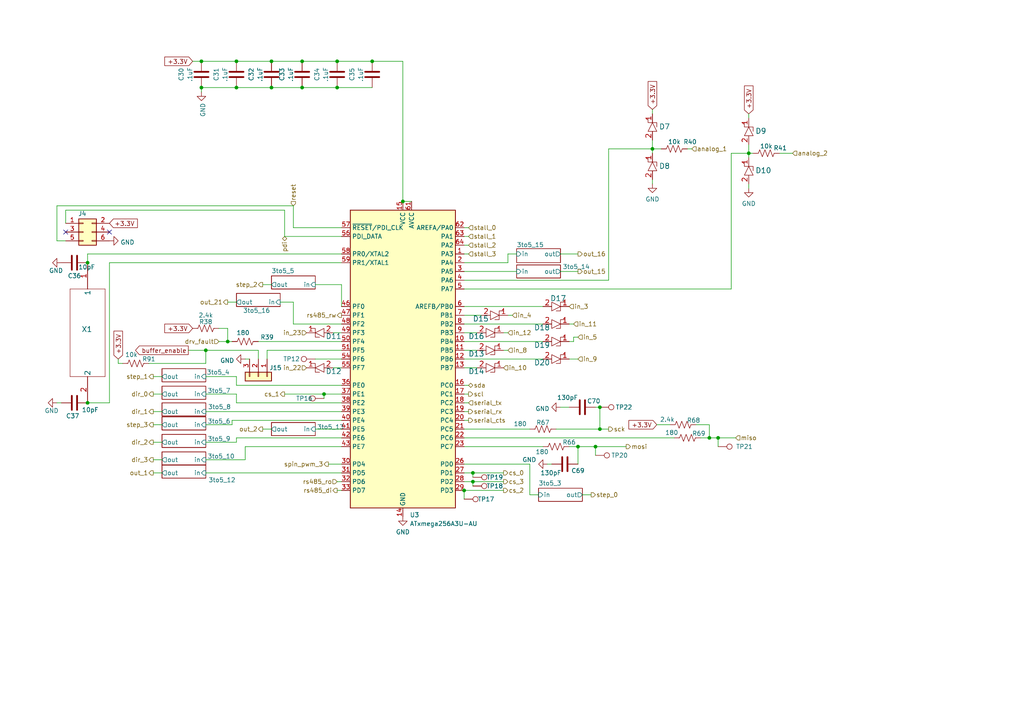
<source format=kicad_sch>
(kicad_sch (version 20230121) (generator eeschema)
  (paper "A4")
  (title_block (title "Microprocessor") (company "Buildbotics LLC") (comment 1 "Copyright (c) 2016-2023, Buildbotics LLC") (comment 2 "Licensed under CERN-OHL-S v2 "))
  (lib_symbols
    (symbol "1LibBBCTRL:ABLS-16.000MHZ-B4-T" (pin_names (offset 0.254))
      (property "Reference" "X?" (at 20.32 10.16 0))
      (symbol "ABLS-16.000MHZ-B4-T_1_1"
        (polyline (pts (xy 7.62 -5.08) (xy 33.02 -5.08)) (stroke (width 0.127)))
        (polyline (pts (xy 7.62 5.08) (xy 7.62 -5.08)) (stroke (width 0.127)))
        (polyline (pts (xy 33.02 -5.08) (xy 33.02 5.08)) (stroke (width 0.127)))
        (polyline (pts (xy 33.02 5.08) (xy 7.62 5.08)) (stroke (width 0.127)))
        (pin passive line (at 0 0 0) (length 7.62) (name "1") (number "1"))
        (pin passive line (at 40.64 0 180) (length 7.62) (name "2") (number "2"))
      )
    )
    (symbol "1LibBBCTRL:ATxmega192A3U-A"
      (property "Reference" "U" (at -15.24 44.45 0))
      (property "Value" "ATxmega192A3U-A" (at 2.54 -44.45 0))
      (symbol "ATxmega192A3U-A_0_1"
        (rectangle (start -15.24 -43.18) (end 15.24 43.18) (stroke (width 0.254)) (fill (type background)))
      )
      (symbol "ATxmega192A3U-A_1_1"
        (pin bidirectional line (at 17.78 30.48 180) (length 2.54) (name "PA3") (number "1"))
        (pin bidirectional line (at 17.78 5.08 180) (length 2.54) (name "PB4") (number "10"))
        (pin bidirectional line (at 17.78 2.54 180) (length 2.54) (name "PB5") (number "11"))
        (pin bidirectional line (at 17.78 0 180) (length 2.54) (name "PB6") (number "12"))
        (pin bidirectional line (at 17.78 -2.54 180) (length 2.54) (name "PB7") (number "13"))
        (pin passive line (at 0 -45.72 90) (length 2.54) (name "GND") (number "14"))
        (pin power_in line (at 0 45.72 270) (length 2.54) (name "VCC") (number "15"))
        (pin bidirectional line (at 17.78 -7.62 180) (length 2.54) (name "PC0") (number "16"))
        (pin bidirectional line (at 17.78 -10.16 180) (length 2.54) (name "PC1") (number "17"))
        (pin bidirectional line (at 17.78 -12.7 180) (length 2.54) (name "PC2") (number "18"))
        (pin bidirectional line (at 17.78 -15.24 180) (length 2.54) (name "PC3") (number "19"))
        (pin bidirectional line (at 17.78 27.94 180) (length 2.54) (name "PA4") (number "2"))
        (pin bidirectional line (at 17.78 -17.78 180) (length 2.54) (name "PC4") (number "20"))
        (pin bidirectional line (at 17.78 -20.32 180) (length 2.54) (name "PC5") (number "21"))
        (pin bidirectional line (at 17.78 -22.86 180) (length 2.54) (name "PC6") (number "22"))
        (pin bidirectional line (at 17.78 -25.4 180) (length 2.54) (name "PC7") (number "23"))
        (pin passive line (at 0 -45.72 90) (length 2.54) hide (name "GND") (number "24"))
        (pin passive line (at 0 45.72 270) (length 2.54) hide (name "VCC") (number "25"))
        (pin bidirectional line (at 17.78 -30.48 180) (length 2.54) (name "PD0") (number "26"))
        (pin bidirectional line (at 17.78 -33.02 180) (length 2.54) (name "PD1") (number "27"))
        (pin bidirectional line (at 17.78 -35.56 180) (length 2.54) (name "PD2") (number "28"))
        (pin bidirectional line (at 17.78 -38.1 180) (length 2.54) (name "PD3") (number "29"))
        (pin bidirectional line (at 17.78 25.4 180) (length 2.54) (name "PA5") (number "3"))
        (pin bidirectional line (at -17.78 -30.48 0) (length 2.54) (name "PD4") (number "30"))
        (pin bidirectional line (at -17.78 -33.02 0) (length 2.54) (name "PD5") (number "31"))
        (pin bidirectional line (at -17.78 -35.56 0) (length 2.54) (name "PD6") (number "32"))
        (pin bidirectional line (at -17.78 -38.1 0) (length 2.54) (name "PD7") (number "33"))
        (pin passive line (at 0 -45.72 90) (length 2.54) hide (name "GND") (number "34"))
        (pin passive line (at 0 45.72 270) (length 2.54) hide (name "VCC") (number "35"))
        (pin bidirectional line (at -17.78 -7.62 0) (length 2.54) (name "PE0") (number "36"))
        (pin bidirectional line (at -17.78 -10.16 0) (length 2.54) (name "PE1") (number "37"))
        (pin bidirectional line (at -17.78 -12.7 0) (length 2.54) (name "PE2") (number "38"))
        (pin bidirectional line (at -17.78 -15.24 0) (length 2.54) (name "PE3") (number "39"))
        (pin bidirectional line (at 17.78 22.86 180) (length 2.54) (name "PA6") (number "4"))
        (pin bidirectional line (at -17.78 -17.78 0) (length 2.54) (name "PE4") (number "40"))
        (pin bidirectional line (at -17.78 -20.32 0) (length 2.54) (name "PE5") (number "41"))
        (pin bidirectional line (at -17.78 -22.86 0) (length 2.54) (name "PE6") (number "42"))
        (pin bidirectional line (at -17.78 -25.4 0) (length 2.54) (name "PE7") (number "43"))
        (pin passive line (at 0 -45.72 90) (length 2.54) hide (name "GND") (number "44"))
        (pin passive line (at 0 45.72 270) (length 2.54) hide (name "VCC") (number "45"))
        (pin bidirectional line (at -17.78 15.24 0) (length 2.54) (name "PF0") (number "46"))
        (pin bidirectional line (at -17.78 12.7 0) (length 2.54) (name "PF1") (number "47"))
        (pin bidirectional line (at -17.78 10.16 0) (length 2.54) (name "PF2") (number "48"))
        (pin bidirectional line (at -17.78 7.62 0) (length 2.54) (name "PF3") (number "49"))
        (pin bidirectional line (at 17.78 20.32 180) (length 2.54) (name "PA7") (number "5"))
        (pin bidirectional line (at -17.78 5.08 0) (length 2.54) (name "PF4") (number "50"))
        (pin bidirectional line (at -17.78 2.54 0) (length 2.54) (name "PF5") (number "51"))
        (pin passive line (at 0 -45.72 90) (length 2.54) hide (name "GND") (number "52"))
        (pin passive line (at 0 45.72 270) (length 2.54) hide (name "VCC") (number "53"))
        (pin bidirectional line (at -17.78 0 0) (length 2.54) (name "PF6") (number "54"))
        (pin bidirectional line (at -17.78 -2.54 0) (length 2.54) (name "PF7") (number "55"))
        (pin bidirectional line (at -17.78 35.56 0) (length 2.54) (name "PDI_DATA") (number "56"))
        (pin input line (at -17.78 38.1 0) (length 2.54) (name "~{RESET}/PDI_CLK") (number "57"))
        (pin bidirectional line (at -17.78 30.48 0) (length 2.54) (name "PR0/XTAL2") (number "58"))
        (pin bidirectional line (at -17.78 27.94 0) (length 2.54) (name "PR1/XTAL1") (number "59"))
        (pin bidirectional line (at 17.78 15.24 180) (length 2.54) (name "AREFB/PB0") (number "6"))
        (pin passive line (at 0 -45.72 90) (length 2.54) hide (name "GND") (number "60"))
        (pin power_in line (at 2.54 45.72 270) (length 2.54) (name "AVCC") (number "61"))
        (pin bidirectional line (at 17.78 38.1 180) (length 2.54) (name "AREFA/PA0") (number "62"))
        (pin bidirectional line (at 17.78 35.56 180) (length 2.54) (name "PA1") (number "63"))
        (pin bidirectional line (at 17.78 33.02 180) (length 2.54) (name "PA2") (number "64"))
        (pin bidirectional line (at 17.78 12.7 180) (length 2.54) (name "PB1") (number "7"))
        (pin bidirectional line (at 17.78 10.16 180) (length 2.54) (name "PB2") (number "8"))
        (pin bidirectional line (at 17.78 7.62 180) (length 2.54) (name "PB3") (number "9"))
      )
    )
    (symbol "1LibBBCTRL:CDBW46-G" (pin_names (offset 0.254))
      (property "Reference" "D" (at 22.86 3.81 0))
      (symbol "CDBW46-G_0_1"
        (polyline (pts (xy 26.67 1.27) (xy 26.67 -1.27) (xy 24.13 0) (xy 26.67 1.27)))
        (polyline (pts (xy 25.4 1.27) (xy 24.13 1.27) (xy 24.13 0) (xy 24.13 -1.27) (xy 22.86 -1.27)))
      )
      (symbol "CDBW46-G_1_1"
        (pin passive line (at 21.59 0 0) (length 2.5) (name "") (number "1"))
        (pin passive line (at 29.21 0 180) (length 2.5) (name "") (number "2"))
      )
    )
    (symbol "1LibBBCTRL:RB521S30T1G" (pin_names (offset 0.254))
      (property "Reference" "D" (at 22.86 3.81 0))
      (symbol "RB521S30T1G_0_1"
        (polyline (pts (xy 26.67 1.27) (xy 26.67 -1.27) (xy 24.13 0) (xy 26.67 1.27)))
        (polyline (pts (xy 25.4 1.27) (xy 24.13 1.27) (xy 24.13 0) (xy 24.13 -1.27) (xy 22.86 -1.27)))
      )
      (symbol "RB521S30T1G_1_1"
        (pin passive line (at 21.59 0 0) (length 2.5) (name "") (number "1"))
        (pin passive line (at 29.21 0 180) (length 2.5) (name "") (number "2"))
      )
    )
    (symbol "Connector:TestPoint" (pin_numbers hide) (pin_names (offset 0.762) hide)
      (property "Reference" "TP" (at 0 6.858 0))
      (property "Value" "TestPoint" (at 0 5.08 0))
      (symbol "TestPoint_0_1"
        (circle (center 0 3.302) (radius 0.762))
      )
      (symbol "TestPoint_1_1"
        (pin passive line (at 0 0 90) (length 2.54) (name "1") (number "1"))
      )
    )
    (symbol "Connector_Generic:Conn_01x03" (pin_names (offset 1.016) hide)
      (property "Reference" "J" (at 0 5.08 0))
      (property "Value" "Conn_01x03" (at 0 -5.08 0))
      (symbol "Conn_01x03_1_1"
        (rectangle (start -1.27 -2.413) (end 0 -2.667) (stroke (width 0.1524)))
        (rectangle (start -1.27 0.127) (end 0 -0.127) (stroke (width 0.1524)))
        (rectangle (start -1.27 2.667) (end 0 2.413) (stroke (width 0.1524)))
        (rectangle (start -1.27 3.81) (end 1.27 -3.81) (stroke (width 0.254)) (fill (type background)))
        (pin passive line (at -5.08 2.54 0) (length 3.81) (name "Pin_1") (number "1"))
        (pin passive line (at -5.08 0 0) (length 3.81) (name "Pin_2") (number "2"))
        (pin passive line (at -5.08 -2.54 0) (length 3.81) (name "Pin_3") (number "3"))
      )
    )
    (symbol "Connector_Generic:Conn_02x03_Odd_Even" (pin_names (offset 1.016) hide)
      (property "Reference" "J" (at 1.27 5.08 0))
      (property "Value" "Conn_02x03_Odd_Even" (at 1.27 -5.08 0))
      (symbol "Conn_02x03_Odd_Even_1_1"
        (rectangle (start -1.27 -2.413) (end 0 -2.667) (stroke (width 0.1524)))
        (rectangle (start -1.27 0.127) (end 0 -0.127) (stroke (width 0.1524)))
        (rectangle (start -1.27 2.667) (end 0 2.413) (stroke (width 0.1524)))
        (rectangle (start -1.27 3.81) (end 3.81 -3.81) (stroke (width 0.254)) (fill (type background)))
        (rectangle (start 3.81 -2.413) (end 2.54 -2.667) (stroke (width 0.1524)))
        (rectangle (start 3.81 0.127) (end 2.54 -0.127) (stroke (width 0.1524)))
        (rectangle (start 3.81 2.667) (end 2.54 2.413) (stroke (width 0.1524)))
        (pin passive line (at -5.08 2.54 0) (length 3.81) (name "Pin_1") (number "1"))
        (pin passive line (at 7.62 2.54 180) (length 3.81) (name "Pin_2") (number "2"))
        (pin passive line (at -5.08 0 0) (length 3.81) (name "Pin_3") (number "3"))
        (pin passive line (at 7.62 0 180) (length 3.81) (name "Pin_4") (number "4"))
        (pin passive line (at -5.08 -2.54 0) (length 3.81) (name "Pin_5") (number "5"))
        (pin passive line (at 7.62 -2.54 180) (length 3.81) (name "Pin_6") (number "6"))
      )
    )
    (symbol "Device:C" (pin_numbers hide) (pin_names (offset 0.254))
      (property "Reference" "C" (at 0.635 2.54 0))
      (property "Value" "C" (at 0.635 -2.54 0))
      (symbol "C_0_1"
        (polyline (pts (xy -2.032 -0.762) (xy 2.032 -0.762)) (stroke (width 0.508)))
        (polyline (pts (xy -2.032 0.762) (xy 2.032 0.762)) (stroke (width 0.508)))
      )
      (symbol "C_1_1"
        (pin passive line (at 0 3.81 270) (length 2.794) (name "~") (number "1"))
        (pin passive line (at 0 -3.81 90) (length 2.794) (name "~") (number "2"))
      )
    )
    (symbol "Device:R_US" (pin_numbers hide) (pin_names (offset 0))
      (property "Reference" "R" (at 2.54 0 90))
      (property "Value" "R_US" (at -2.54 0 90))
      (symbol "R_US_0_1"
        (polyline (pts (xy 0 -2.286) (xy 0 -2.54)))
        (polyline (pts (xy 0 2.286) (xy 0 2.54)))
        (polyline (pts (xy 0 -0.762) (xy 1.016 -1.143) (xy 0 -1.524) (xy -1.016 -1.905) (xy 0 -2.286)))
        (polyline (pts (xy 0 0.762) (xy 1.016 0.381) (xy 0 0) (xy -1.016 -0.381) (xy 0 -0.762)))
        (polyline (pts (xy 0 2.286) (xy 1.016 1.905) (xy 0 1.524) (xy -1.016 1.143) (xy 0 0.762)))
      )
      (symbol "R_US_1_1"
        (pin passive line (at 0 3.81 270) (length 1.27) (name "~") (number "1"))
        (pin passive line (at 0 -3.81 90) (length 1.27) (name "~") (number "2"))
      )
    )
    (symbol "GND_1" (power) (pin_names (offset 0))
      (property "Value" "GND_1" (at 0 -3.81 0))
      (symbol "GND_1_0_1"
        (polyline (pts (xy 0 0) (xy 0 -1.27) (xy 1.27 -1.27) (xy 0 -2.54) (xy -1.27 -1.27) (xy 0 -1.27)))
      )
      (symbol "GND_1_1_1"
        (pin power_in line (at 0 0 270) (length 0) hide (name "GND") (number "1"))
      )
    )
    (symbol "GND_2" (power) (pin_names (offset 0))
      (property "Value" "GND_2" (at 0 -3.81 0))
      (symbol "GND_2_0_1"
        (polyline (pts (xy 0 0) (xy 0 -1.27) (xy 1.27 -1.27) (xy 0 -2.54) (xy -1.27 -1.27) (xy 0 -1.27)))
      )
      (symbol "GND_2_1_1"
        (pin power_in line (at 0 0 270) (length 0) hide (name "GND") (number "1"))
      )
    )
    (symbol "GND_3" (power) (pin_names (offset 0))
      (property "Value" "GND_3" (at 0 -3.81 0))
      (symbol "GND_3_0_1"
        (polyline (pts (xy 0 0) (xy 0 -1.27) (xy 1.27 -1.27) (xy 0 -2.54) (xy -1.27 -1.27) (xy 0 -1.27)))
      )
      (symbol "GND_3_1_1"
        (pin power_in line (at 0 0 270) (length 0) hide (name "GND") (number "1"))
      )
    )
    (symbol "GND_4" (power) (pin_names (offset 0))
      (property "Value" "GND_4" (at 0 -3.81 0))
      (symbol "GND_4_0_1"
        (polyline (pts (xy 0 0) (xy 0 -1.27) (xy 1.27 -1.27) (xy 0 -2.54) (xy -1.27 -1.27) (xy 0 -1.27)))
      )
      (symbol "GND_4_1_1"
        (pin power_in line (at 0 0 270) (length 0) hide (name "GND") (number "1"))
      )
    )
    (symbol "GND_5" (power) (pin_names (offset 0))
      (property "Value" "GND_5" (at 0 -3.81 0))
      (symbol "GND_5_0_1"
        (polyline (pts (xy 0 0) (xy 0 -1.27) (xy 1.27 -1.27) (xy 0 -2.54) (xy -1.27 -1.27) (xy 0 -1.27)))
      )
      (symbol "GND_5_1_1"
        (pin power_in line (at 0 0 270) (length 0) hide (name "GND") (number "1"))
      )
    )
    (symbol "GND_6" (power) (pin_names (offset 0))
      (property "Value" "GND_6" (at 0 -3.81 0))
      (symbol "GND_6_0_1"
        (polyline (pts (xy 0 0) (xy 0 -1.27) (xy 1.27 -1.27) (xy 0 -2.54) (xy -1.27 -1.27) (xy 0 -1.27)))
      )
      (symbol "GND_6_1_1"
        (pin power_in line (at 0 0 270) (length 0) hide (name "GND") (number "1"))
      )
    )
    (symbol "GND_7" (power) (pin_names (offset 0))
      (property "Value" "GND_7" (at 0 -3.81 0))
      (symbol "GND_7_0_1"
        (polyline (pts (xy 0 0) (xy 0 -1.27) (xy 1.27 -1.27) (xy 0 -2.54) (xy -1.27 -1.27) (xy 0 -1.27)))
      )
      (symbol "GND_7_1_1"
        (pin power_in line (at 0 0 270) (length 0) hide (name "GND") (number "1"))
      )
    )
    (symbol "GND_8" (power) (pin_names (offset 0))
      (property "Value" "GND_8" (at 0 -3.81 0))
      (symbol "GND_8_0_1"
        (polyline (pts (xy 0 0) (xy 0 -1.27) (xy 1.27 -1.27) (xy 0 -2.54) (xy -1.27 -1.27) (xy 0 -1.27)))
      )
      (symbol "GND_8_1_1"
        (pin power_in line (at 0 0 270) (length 0) hide (name "GND") (number "1"))
      )
    )
    (symbol "GND_9" (power) (pin_names (offset 0))
      (property "Value" "GND_9" (at 0 -3.81 0))
      (symbol "GND_9_0_1"
        (polyline (pts (xy 0 0) (xy 0 -1.27) (xy 1.27 -1.27) (xy 0 -2.54) (xy -1.27 -1.27) (xy 0 -1.27)))
      )
      (symbol "GND_9_1_1"
        (pin power_in line (at 0 0 270) (length 0) hide (name "GND") (number "1"))
      )
    )
    (symbol "power:GND" (power) (pin_names (offset 0))
      (property "Value" "GND" (at 0 -3.81 0))
      (symbol "GND_0_1"
        (polyline (pts (xy 0 0) (xy 0 -1.27) (xy 1.27 -1.27) (xy 0 -2.54) (xy -1.27 -1.27) (xy 0 -1.27)))
      )
      (symbol "GND_1_1"
        (pin power_in line (at 0 0 270) (length 0) hide (name "GND") (number "1"))
      )
    )
  )
  (junction (at 78.74 17.78))
  (junction (at 134.62 142.24))
  (junction (at 25.4 116.84))
  (junction (at 107.95 17.78))
  (junction (at 25.4 76.2))
  (junction (at 93.98 114.3))
  (junction (at 97.79 25.4))
  (junction (at 173.99 118.11))
  (junction (at 68.58 25.4))
  (junction (at 58.42 17.78))
  (junction (at 137.16 139.7))
  (junction (at 59.69 101.6))
  (junction (at 68.58 17.78))
  (junction (at 97.79 17.78))
  (junction (at 189.23 43.18))
  (junction (at 205.74 127))
  (junction (at 173.99 124.46))
  (junction (at 137.16 137.16))
  (junction (at 217.17 44.45))
  (junction (at 66.04 99.06))
  (junction (at 208.28 127))
  (junction (at 87.63 17.78))
  (junction (at 116.84 58.42))
  (junction (at 167.64 129.54))
  (junction (at 87.63 25.4))
  (junction (at 58.42 25.4))
  (junction (at 78.74 25.4))
  (junction (at 172.72 129.54))
  (no_connect (at 31.75 67.31))
  (no_connect (at 19.05 67.31))
  (wire (pts (xy 134.62 81.28) (xy 176.53 81.28)))
  (wire (pts (xy 167.64 97.79) (xy 166.37 97.79)))
  (wire (pts (xy 208.28 127) (xy 208.28 129.54)))
  (wire (pts (xy 168.91 143.51) (xy 171.45 143.51)))
  (wire (pts (xy 217.17 54.61) (xy 217.17 53.34)))
  (wire (pts (xy 85.09 93.98) (xy 85.09 87.63)))
  (wire (pts (xy 189.23 43.18) (xy 191.77 43.18)))
  (wire (pts (xy 203.2 127) (xy 205.74 127)))
  (wire (pts (xy 134.62 76.2) (xy 147.32 76.2)))
  (wire (pts (xy 99.06 121.92) (xy 67.31 121.92)))
  (wire (pts (xy 59.69 109.22) (xy 68.58 109.22)))
  (wire (pts (xy 189.23 31.75) (xy 189.23 33.02)))
  (wire (pts (xy 66.04 95.25) (xy 66.04 99.06)))
  (wire (pts (xy 138.43 101.6) (xy 134.62 101.6)))
  (wire (pts (xy 68.58 128.27) (xy 59.69 128.27)))
  (wire (pts (xy 44.45 114.3) (xy 46.99 114.3)))
  (wire (pts (xy 31.75 116.84) (xy 25.4 116.84)))
  (wire (pts (xy 167.64 104.14) (xy 165.1 104.14)))
  (wire (pts (xy 67.31 121.92) (xy 67.31 123.19)))
  (wire (pts (xy 99.06 88.9) (xy 99.06 82.55)))
  (wire (pts (xy 153.67 134.62) (xy 153.67 143.51)))
  (wire (pts (xy 99.06 76.2) (xy 31.75 76.2)))
  (wire (pts (xy 67.31 123.19) (xy 59.69 123.19)))
  (wire (pts (xy 55.88 17.78) (xy 58.42 17.78)))
  (wire (pts (xy 76.2 124.46) (xy 78.74 124.46)))
  (wire (pts (xy 135.89 121.92) (xy 134.62 121.92)))
  (wire (pts (xy 137.16 139.7) (xy 146.05 139.7)))
  (wire (pts (xy 134.62 129.54) (xy 157.48 129.54)))
  (wire (pts (xy 66.04 99.06) (xy 67.31 99.06)))
  (wire (pts (xy 99.06 129.54) (xy 71.12 129.54)))
  (wire (pts (xy 172.72 118.11) (xy 173.99 118.11)))
  (wire (pts (xy 135.89 119.38) (xy 134.62 119.38)))
  (wire (pts (xy 134.62 139.7) (xy 137.16 139.7)))
  (wire (pts (xy 77.47 101.6) (xy 77.47 104.14)))
  (wire (pts (xy 76.2 82.55) (xy 78.74 82.55)))
  (wire (pts (xy 44.45 133.35) (xy 46.99 133.35)))
  (wire (pts (xy 91.44 124.46) (xy 99.06 124.46)))
  (wire (pts (xy 176.53 43.18) (xy 189.23 43.18)))
  (wire (pts (xy 212.09 44.45) (xy 217.17 44.45)))
  (wire (pts (xy 54.61 101.6) (xy 59.69 101.6)))
  (wire (pts (xy 97.79 17.78) (xy 107.95 17.78)))
  (wire (pts (xy 205.74 123.19) (xy 205.74 127)))
  (wire (pts (xy 68.58 114.3) (xy 59.69 114.3)))
  (wire (pts (xy 63.5 95.25) (xy 66.04 95.25)))
  (wire (pts (xy 116.84 58.42) (xy 119.38 58.42)))
  (wire (pts (xy 63.5 99.06) (xy 66.04 99.06)))
  (wire (pts (xy 134.62 134.62) (xy 153.67 134.62)))
  (wire (pts (xy 137.16 137.16) (xy 146.05 137.16)))
  (wire (pts (xy 99.06 134.62) (xy 95.25 134.62)))
  (wire (pts (xy 99.06 116.84) (xy 68.58 116.84)))
  (wire (pts (xy 93.98 114.3) (xy 99.06 114.3)))
  (wire (pts (xy 78.74 25.4) (xy 87.63 25.4)))
  (wire (pts (xy 68.58 111.76) (xy 99.06 111.76)))
  (wire (pts (xy 58.42 25.4) (xy 68.58 25.4)))
  (wire (pts (xy 137.16 139.7) (xy 137.16 140.97)))
  (wire (pts (xy 97.79 142.24) (xy 99.06 142.24)))
  (wire (pts (xy 166.37 99.06) (xy 165.1 99.06)))
  (wire (pts (xy 157.48 104.14) (xy 134.62 104.14)))
  (wire (pts (xy 59.69 101.6) (xy 74.93 101.6)))
  (wire (pts (xy 25.4 73.66) (xy 25.4 76.2)))
  (wire (pts (xy 158.75 134.62) (xy 160.02 134.62)))
  (wire (pts (xy 99.06 66.04) (xy 85.09 66.04)))
  (wire (pts (xy 134.62 83.82) (xy 212.09 83.82)))
  (wire (pts (xy 157.48 99.06) (xy 134.62 99.06)))
  (wire (pts (xy 153.67 143.51) (xy 156.21 143.51)))
  (wire (pts (xy 135.89 68.58) (xy 134.62 68.58)))
  (wire (pts (xy 91.44 104.14) (xy 99.06 104.14)))
  (wire (pts (xy 189.23 44.45) (xy 189.23 43.18)))
  (wire (pts (xy 34.29 105.41) (xy 35.56 105.41)))
  (wire (pts (xy 134.62 137.16) (xy 137.16 137.16)))
  (wire (pts (xy 16.51 116.84) (xy 17.78 116.84)))
  (wire (pts (xy 167.64 129.54) (xy 167.64 134.62)))
  (wire (pts (xy 173.99 118.11) (xy 173.99 124.46)))
  (wire (pts (xy 99.06 93.98) (xy 85.09 93.98)))
  (wire (pts (xy 44.45 119.38) (xy 46.99 119.38)))
  (wire (pts (xy 146.05 142.24) (xy 134.62 142.24)))
  (wire (pts (xy 85.09 66.04) (xy 85.09 59.69)))
  (wire (pts (xy 44.45 109.22) (xy 46.99 109.22)))
  (wire (pts (xy 68.58 17.78) (xy 78.74 17.78)))
  (wire (pts (xy 134.62 142.24) (xy 134.62 144.78)))
  (wire (pts (xy 97.79 25.4) (xy 107.95 25.4)))
  (wire (pts (xy 190.5 123.19) (xy 194.31 123.19)))
  (wire (pts (xy 173.99 124.46) (xy 161.29 124.46)))
  (wire (pts (xy 165.1 129.54) (xy 167.64 129.54)))
  (wire (pts (xy 176.53 124.46) (xy 173.99 124.46)))
  (wire (pts (xy 82.55 68.58) (xy 99.06 68.58)))
  (wire (pts (xy 213.36 127) (xy 208.28 127)))
  (wire (pts (xy 157.48 88.9) (xy 134.62 88.9)))
  (wire (pts (xy 116.84 58.42) (xy 116.84 17.78)))
  (wire (pts (xy 195.58 127) (xy 134.62 127)))
  (wire (pts (xy 148.59 91.44) (xy 147.32 91.44)))
  (wire (pts (xy 19.05 60.96) (xy 19.05 64.77)))
  (wire (pts (xy 99.06 101.6) (xy 77.47 101.6)))
  (wire (pts (xy 16.51 69.85) (xy 19.05 69.85)))
  (wire (pts (xy 66.04 87.63) (xy 68.58 87.63)))
  (wire (pts (xy 85.09 59.69) (xy 16.51 59.69)))
  (wire (pts (xy 176.53 81.28) (xy 176.53 43.18)))
  (wire (pts (xy 200.66 43.18) (xy 199.39 43.18)))
  (wire (pts (xy 139.7 91.44) (xy 134.62 91.44)))
  (wire (pts (xy 44.45 123.19) (xy 46.99 123.19)))
  (wire (pts (xy 82.55 60.96) (xy 19.05 60.96)))
  (wire (pts (xy 147.32 73.66) (xy 149.86 73.66)))
  (wire (pts (xy 16.51 59.69) (xy 16.51 69.85)))
  (wire (pts (xy 99.06 127) (xy 68.58 127)))
  (wire (pts (xy 135.89 66.04) (xy 134.62 66.04)))
  (wire (pts (xy 59.69 119.38) (xy 99.06 119.38)))
  (wire (pts (xy 134.62 124.46) (xy 153.67 124.46)))
  (wire (pts (xy 58.42 17.78) (xy 68.58 17.78)))
  (wire (pts (xy 71.12 104.14) (xy 72.39 104.14)))
  (wire (pts (xy 189.23 53.34) (xy 189.23 52.07)))
  (wire (pts (xy 217.17 44.45) (xy 217.17 45.72)))
  (wire (pts (xy 96.52 96.52) (xy 99.06 96.52)))
  (wire (pts (xy 71.12 133.35) (xy 59.69 133.35)))
  (wire (pts (xy 217.17 33.02) (xy 217.17 34.29)))
  (wire (pts (xy 205.74 127) (xy 208.28 127)))
  (wire (pts (xy 162.56 78.74) (xy 167.64 78.74)))
  (wire (pts (xy 189.23 40.64) (xy 189.23 43.18)))
  (wire (pts (xy 58.42 26.67) (xy 58.42 25.4)))
  (wire (pts (xy 44.45 137.16) (xy 46.99 137.16)))
  (wire (pts (xy 99.06 82.55) (xy 91.44 82.55)))
  (wire (pts (xy 31.75 76.2) (xy 31.75 116.84)))
  (wire (pts (xy 44.45 128.27) (xy 46.99 128.27)))
  (wire (pts (xy 82.55 68.58) (xy 82.55 60.96)))
  (wire (pts (xy 165.1 93.98) (xy 166.37 93.98)))
  (wire (pts (xy 68.58 127) (xy 68.58 128.27)))
  (wire (pts (xy 81.28 87.63) (xy 85.09 87.63)))
  (wire (pts (xy 135.89 116.84) (xy 134.62 116.84)))
  (wire (pts (xy 59.69 105.41) (xy 59.69 101.6)))
  (wire (pts (xy 138.43 106.68) (xy 134.62 106.68)))
  (wire (pts (xy 137.16 137.16) (xy 137.16 138.43)))
  (wire (pts (xy 157.48 93.98) (xy 134.62 93.98)))
  (wire (pts (xy 68.58 116.84) (xy 68.58 114.3)))
  (wire (pts (xy 162.56 73.66) (xy 167.64 73.66)))
  (wire (pts (xy 147.32 76.2) (xy 147.32 73.66)))
  (wire (pts (xy 138.43 96.52) (xy 134.62 96.52)))
  (wire (pts (xy 68.58 109.22) (xy 68.58 111.76)))
  (wire (pts (xy 135.89 73.66) (xy 134.62 73.66)))
  (wire (pts (xy 135.89 71.12) (xy 134.62 71.12)))
  (wire (pts (xy 135.89 114.3) (xy 134.62 114.3)))
  (wire (pts (xy 59.69 137.16) (xy 99.06 137.16)))
  (wire (pts (xy 99.06 139.7) (xy 97.79 139.7)))
  (wire (pts (xy 87.63 25.4) (xy 97.79 25.4)))
  (wire (pts (xy 68.58 25.4) (xy 78.74 25.4)))
  (wire (pts (xy 226.06 44.45) (xy 229.87 44.45)))
  (wire (pts (xy 201.93 123.19) (xy 205.74 123.19)))
  (wire (pts (xy 78.74 17.78) (xy 87.63 17.78)))
  (wire (pts (xy 172.72 129.54) (xy 172.72 132.08)))
  (wire (pts (xy 71.12 129.54) (xy 71.12 133.35)))
  (wire (pts (xy 135.89 111.76) (xy 134.62 111.76)))
  (wire (pts (xy 212.09 83.82) (xy 212.09 44.45)))
  (wire (pts (xy 96.52 106.68) (xy 99.06 106.68)))
  (wire (pts (xy 99.06 73.66) (xy 25.4 73.66)))
  (wire (pts (xy 93.98 114.3) (xy 93.98 115.57)))
  (wire (pts (xy 147.32 101.6) (xy 146.05 101.6)))
  (wire (pts (xy 87.63 17.78) (xy 97.79 17.78)))
  (wire (pts (xy 217.17 41.91) (xy 217.17 44.45)))
  (wire (pts (xy 162.56 118.11) (xy 165.1 118.11)))
  (wire (pts (xy 82.55 114.3) (xy 93.98 114.3)))
  (wire (pts (xy 134.62 78.74) (xy 149.86 78.74)))
  (wire (pts (xy 167.64 129.54) (xy 172.72 129.54)))
  (wire (pts (xy 74.93 101.6) (xy 74.93 104.14)))
  (wire (pts (xy 34.29 104.14) (xy 34.29 105.41)))
  (wire (pts (xy 146.05 96.52) (xy 147.32 96.52)))
  (wire (pts (xy 74.93 99.06) (xy 99.06 99.06)))
  (wire (pts (xy 181.61 129.54) (xy 172.72 129.54)))
  (wire (pts (xy 116.84 17.78) (xy 107.95 17.78)))
  (wire (pts (xy 43.18 105.41) (xy 59.69 105.41)))
  (wire (pts (xy 166.37 97.79) (xy 166.37 99.06)))
  (wire (pts (xy 217.17 44.45) (xy 218.44 44.45)))
  (global_label "+3.3V" (shape input) (at 34.29 104.14 90) (property "Intersheetrefs" "${INTERSHEET_REFS}" (effects hide)))
  (global_label "+3.3V" (shape input) (at 189.23 31.75 90) (property "Intersheetrefs" "${INTERSHEET_REFS}" (effects hide)))
  (global_label "+3.3V" (shape input) (at 217.17 33.02 90) (property "Intersheetrefs" "${INTERSHEET_REFS}" (effects hide)))
  (global_label "+3.3V" (shape input) (at 55.88 17.78 180) (property "Intersheetrefs" "${INTERSHEET_REFS}" (effects hide)))
  (global_label "+3.3V" (shape input) (at 190.5 123.19 180) (property "Intersheetrefs" "${INTERSHEET_REFS}" (effects hide)))
  (global_label "buffer_enable" (shape output) (at 54.61 101.6 180) (property "Intersheetrefs" "${INTERSHEET_REFS}" (effects hide)))
  (global_label "+3.3V" (shape input) (at 55.88 95.25 180) (property "Intersheetrefs" "${INTERSHEET_REFS}" (effects hide)))
  (global_label "+3.3V" (shape input) (at 31.75 64.77 0) (property "Intersheetrefs" "${INTERSHEET_REFS}" (effects hide)))
  (hierarchical_label "spin_pwm_3" (shape output) (at 95.25 134.62 180))
  (hierarchical_label "miso" (shape input) (at 213.36 127 0))
  (hierarchical_label "sck" (shape output) (at 176.53 124.46 0))
  (hierarchical_label "cs_0" (shape output) (at 146.05 137.16 0))
  (hierarchical_label "in_10" (shape input) (at 146.05 106.68 0))
  (hierarchical_label "out_16" (shape output) (at 167.64 73.66 0))
  (hierarchical_label "out_2" (shape output) (at 76.2 124.46 180))
  (hierarchical_label "in_22" (shape input) (at 88.9 106.68 180))
  (hierarchical_label "in_3" (shape input) (at 165.1 88.9 0))
  (hierarchical_label "in_5" (shape input) (at 167.64 97.79 0))
  (hierarchical_label "serial_cts" (shape output) (at 135.89 121.92 0))
  (hierarchical_label "cs_3" (shape output) (at 146.05 139.7 0))
  (hierarchical_label "stall_3" (shape input) (at 135.89 73.66 0))
  (hierarchical_label "pdi" (shape bidirectional) (at 82.55 68.58 270))
  (hierarchical_label "mosi" (shape output) (at 181.61 129.54 0))
  (hierarchical_label "analog_2" (shape input) (at 229.87 44.45 0))
  (hierarchical_label "serial_tx" (shape input) (at 135.89 116.84 0))
  (hierarchical_label "scl" (shape output) (at 135.89 114.3 0))
  (hierarchical_label "in_12" (shape input) (at 147.32 96.52 0))
  (hierarchical_label "step_2" (shape output) (at 76.2 82.55 180))
  (hierarchical_label "stall_1" (shape input) (at 135.89 68.58 0))
  (hierarchical_label "serial_rx" (shape output) (at 135.89 119.38 0))
  (hierarchical_label "dir_3" (shape output) (at 44.45 133.35 180))
  (hierarchical_label "in_11" (shape input) (at 166.37 93.98 0))
  (hierarchical_label "rs485_rw" (shape output) (at 99.06 91.44 180))
  (hierarchical_label "out_1" (shape output) (at 44.45 137.16 180))
  (hierarchical_label "in_8" (shape input) (at 147.32 101.6 0))
  (hierarchical_label "rs485_ro" (shape input) (at 97.79 139.7 180))
  (hierarchical_label "analog_1" (shape input) (at 200.66 43.18 0))
  (hierarchical_label "stall_0" (shape input) (at 135.89 66.04 0))
  (hierarchical_label "in_9" (shape input) (at 167.64 104.14 0))
  (hierarchical_label "reset" (shape input) (at 85.09 59.69 90))
  (hierarchical_label "rs485_di" (shape output) (at 97.79 142.24 180))
  (hierarchical_label "out_21" (shape output) (at 66.04 87.63 180))
  (hierarchical_label "step_3" (shape output) (at 44.45 123.19 180))
  (hierarchical_label "cs_1" (shape output) (at 82.55 114.3 180))
  (hierarchical_label "cs_2" (shape output) (at 146.05 142.24 0))
  (hierarchical_label "stall_2" (shape input) (at 135.89 71.12 0))
  (hierarchical_label "sda" (shape bidirectional) (at 135.89 111.76 0))
  (hierarchical_label "step_1" (shape output) (at 44.45 109.22 180))
  (hierarchical_label "in_4" (shape input) (at 148.59 91.44 0))
  (hierarchical_label "out_15" (shape output) (at 167.64 78.74 0))
  (hierarchical_label "in_23" (shape input) (at 88.9 96.52 180))
  (hierarchical_label "dir_1" (shape output) (at 44.45 119.38 180))
  (hierarchical_label "step_0" (shape output) (at 171.45 143.51 0))
  (hierarchical_label "dir_2" (shape output) (at 44.45 128.27 180))
  (hierarchical_label "drv_fault" (shape input) (at 63.5 99.06 180))
  (hierarchical_label "dir_0" (shape output) (at 44.45 114.3 180))
  (symbol (lib_id "Connector:TestPoint") (at 208.28 129.54 270) (unit 1)
    (property "Reference" "TP21" (at 215.9 129.54 90))
    (property "Value" "test" (effects hide))
    (property "Footprint" "Project_Footprints_Library:test_point" (effects hide))
  )
  (symbol (lib_id "1LibBBCTRL:CDBW46-G") (at 167.64 106.68 180) (unit 1)
    (property "Reference" "D14" (at 138.176 107.696 0) (effects (font (size 1.524 1.524))))
    (property "Value" "CDBW46-G" (effects hide))
    (property "Footprint" "Project_Footprints_Library:CDBW46-G" (effects hide))
    (property "Model" "CDBW46-G" (effects hide))
  )
  (symbol (lib_id "Device:R_US") (at 59.69 95.25 90) (unit 1)
    (property "Reference" "R38" (at 59.69 93.345 90))
    (property "Value" "2.4k" (at 59.69 91.44 90))
    (property "Footprint" "Resistor_SMD:R_0805_2012Metric_Pad1.20x1.40mm_HandSolder" (effects hide))
    (property "Model" "RC0805JR-072K4L" (effects hide))
  )
  (symbol (lib_name "GND_7") (lib_id "power:GND") (at 217.17 54.61 0) (unit 1)
    (property "Reference" "#PWR0186" (effects hide))
    (property "Value" "GND" (at 217.17 59.0534 0))
  )
  (symbol (lib_id "Connector:TestPoint") (at 137.16 138.43 270) (unit 1)
    (property "Reference" "TP19" (at 143.51 138.43 90))
    (property "Value" "test" (effects hide))
    (property "Footprint" "Project_Footprints_Library:test_point" (effects hide))
  )
  (symbol (lib_id "Device:C") (at 58.42 21.59 180) (unit 1)
    (property "Reference" "C30" (at 52.5612 21.59 90))
    (property "Value" ".1uF" (at 55.0981 21.59 90))
    (property "Footprint" "Capacitor_SMD:C_0805_2012Metric_Pad1.18x1.45mm_HandSolder" (effects hide))
    (property "Model" "C0805C104M5RACTU" (effects hide))
  )
  (symbol (lib_name "GND_2") (lib_id "power:GND") (at 58.42 26.67 0) (unit 1)
    (property "Reference" "#PWR0136" (effects hide))
    (property "Value" "GND" (at 58.8538 29.8449 90) (effects (justify right)))
  )
  (symbol (lib_id "1LibBBCTRL:CDBW46-G") (at 186.69 104.14 180) (unit 1)
    (property "Reference" "D20" (at 157.226 105.156 0) (effects (font (size 1.524 1.524))))
    (property "Value" "CDBW46-G" (effects hide))
    (property "Footprint" "Project_Footprints_Library:CDBW46-G" (effects hide))
    (property "Model" "CDBW46-G" (effects hide))
  )
  (symbol (lib_name "GND_3") (lib_id "power:GND") (at 16.51 116.84 270) (unit 1)
    (property "Reference" "#PWR0138" (effects hide))
    (property "Value" "GND" (at 17.018 119.126 90) (effects (justify right)))
  )
  (symbol (lib_id "1LibBBCTRL:RB521S30T1G") (at 189.23 22.86 270) (unit 1)
    (property "Reference" "D8" (at 191.135 48.1655 90) (effects (font (size 1.524 1.524)) (justify left)))
    (property "Value" "RB521S30T1G" (effects hide))
    (property "Footprint" "Project_Footprints_Library:RB521S30T1G" (effects hide))
    (property "Model" "RB521S30T1G" (effects hide))
  )
  (symbol (lib_id "1LibBBCTRL:ABLS-16.000MHZ-B4-T") (at 25.4 76.2 270) (unit 1)
    (property "Reference" "X1" (at 23.622 95.504 90) (effects (font (size 1.524 1.524)) (justify left)))
    (property "Value" "ABLS-16.000MHZ-B4-T" (effects hide))
    (property "Footprint" "Project_Footprints_Library:ABLS-16.000MHZ-B4-T" (effects hide))
    (property "Model" "ABLS-16.000MHZ-B4-T" (effects hide))
  )
  (symbol (lib_id "Connector:TestPoint") (at 91.44 104.14 90) (unit 1)
    (property "Reference" "TP12" (at 84.5566 104.1146 90))
    (property "Value" "test" (effects hide))
    (property "Footprint" "Project_Footprints_Library:test_point" (effects hide))
  )
  (symbol (lib_id "Device:R_US") (at 157.48 124.46 90) (unit 1)
    (property "Reference" "R67" (at 157.48 122.555 90))
    (property "Value" "180" (at 150.876 122.936 90))
    (property "Footprint" "Resistor_SMD:R_0805_2012Metric_Pad1.20x1.40mm_HandSolder" (effects hide))
    (property "Model" "RMCF0805JT180R" (effects hide))
  )
  (symbol (lib_id "1LibBBCTRL:CDBW46-G") (at 67.31 106.68 0) (mirror x) (unit 1)
    (property "Reference" "D12" (at 96.774 107.696 0) (effects (font (size 1.524 1.524))))
    (property "Value" "CDBW46-G" (effects hide))
    (property "Footprint" "Project_Footprints_Library:CDBW46-G" (effects hide))
    (property "Model" "CDBW46-G" (effects hide))
  )
  (symbol (lib_id "Device:R_US") (at 161.29 129.54 90) (unit 1)
    (property "Reference" "R66" (at 165.1 128.27 90))
    (property "Value" "180" (at 157.226 131.064 90))
    (property "Footprint" "Resistor_SMD:R_0805_2012Metric_Pad1.20x1.40mm_HandSolder" (effects hide))
    (property "Model" "RMCF0805JT180R" (effects hide))
  )
  (symbol (lib_id "Device:C") (at 97.79 21.59 180) (unit 1)
    (property "Reference" "C34" (at 91.9312 21.59 90))
    (property "Value" ".1uF" (at 94.4681 21.59 90))
    (property "Footprint" "Capacitor_SMD:C_0805_2012Metric_Pad1.18x1.45mm_HandSolder" (effects hide))
    (property "Model" "C0805C104M5RACTU" (effects hide))
  )
  (symbol (lib_id "Device:C") (at 21.59 116.84 90) (unit 1)
    (property "Reference" "C37" (at 21.082 120.65 90))
    (property "Value" "10pF" (at 26.162 118.872 90))
    (property "Footprint" "Capacitor_SMD:C_0805_2012Metric_Pad1.18x1.45mm_HandSolder" (effects hide))
    (property "Model" "C0805C100J5GACTU" (effects hide))
  )
  (symbol (lib_id "Connector:TestPoint") (at 134.62 144.78 270) (unit 1)
    (property "Reference" "TP17" (at 140.97 144.78 90))
    (property "Value" "test" (effects hide))
    (property "Footprint" "Project_Footprints_Library:test_point" (effects hide))
  )
  (symbol (lib_name "GND_1") (lib_id "power:GND") (at 31.75 69.85 90) (mirror x) (unit 1)
    (property "Reference" "#PWR0137" (effects hide))
    (property "Value" "GND" (at 34.9249 70.2838 90) (effects (justify right)))
  )
  (symbol (lib_id "1LibBBCTRL:ATxmega192A3U-A") (at 116.84 104.14 0) (unit 1)
    (property "Reference" "U3" (at 118.8594 149.3504 0) (effects (justify left)))
    (property "Value" "ATxmega256A3U-AU" (at 118.8594 151.8873 0) (effects (justify left)))
    (property "Footprint" "Package_QFP:TQFP-64_14x14mm_P0.8mm" (effects hide))
    (property "Datasheet" "http://ww1.microchip.com/downloads/en/DeviceDoc/Atmel-8386-8-and-16-bit-AVR-Microcontroller-ATxmega64A3U-128A3U-192A3U-256A3U_datasheet.pdf" (effects hide))
    (property "Model" "ATxmega256A3U-AU" (effects hide))
  )
  (symbol (lib_id "Connector:TestPoint") (at 137.16 140.97 270) (unit 1)
    (property "Reference" "TP18" (at 143.51 140.97 90))
    (property "Value" "test" (effects hide))
    (property "Footprint" "Project_Footprints_Library:test_point" (effects hide))
  )
  (symbol (lib_id "1LibBBCTRL:RB521S30T1G") (at 217.17 12.7 270) (unit 1)
    (property "Reference" "D9" (at 219.075 38.0055 90) (effects (font (size 1.524 1.524)) (justify left)))
    (property "Value" "RB521S30T1G" (effects hide))
    (property "Footprint" "Project_Footprints_Library:RB521S30T1G" (effects hide))
    (property "Model" "RB521S30T1G" (effects hide))
  )
  (symbol (lib_id "Device:R_US") (at 199.39 127 90) (unit 1)
    (property "Reference" "R69" (at 202.692 125.73 90))
    (property "Value" "180" (at 194.818 125.476 90))
    (property "Footprint" "Resistor_SMD:R_0805_2012Metric_Pad1.20x1.40mm_HandSolder" (effects hide))
    (property "Model" "RMCF0805JT180R" (effects hide))
  )
  (symbol (lib_name "GND_8") (lib_id "power:GND") (at 189.23 53.34 0) (unit 1)
    (property "Reference" "#PWR0187" (effects hide))
    (property "Value" "GND" (at 189.23 57.7834 0))
  )
  (symbol (lib_id "Device:C") (at 163.83 134.62 90) (unit 1)
    (property "Reference" "C69" (at 167.64 136.525 90))
    (property "Value" "130pF" (at 159.766 137.16 90))
    (property "Footprint" "Capacitor_SMD:C_0805_2012Metric_Pad1.18x1.45mm_HandSolder" (effects hide))
    (property "Model" "08055A131JAT2A" (effects hide))
  )
  (symbol (lib_id "Connector_Generic:Conn_02x03_Odd_Even") (at 24.13 67.31 0) (unit 1)
    (property "Reference" "J4" (at 23.876 61.976 0))
    (property "Value" "Conn_02x03_Odd_Even" (effects hide))
    (property "Footprint" "Connector_PinHeader_2.54mm:PinHeader_2x03_P2.54mm_Vertical" (effects hide))
    (property "Model" "M20-9980346" (effects hide))
  )
  (symbol (lib_id "Device:C") (at 168.91 118.11 90) (unit 1)
    (property "Reference" "C70" (at 172.212 116.332 90))
    (property "Value" "130pF" (at 164.592 115.316 90))
    (property "Footprint" "Capacitor_SMD:C_0805_2012Metric_Pad1.18x1.45mm_HandSolder" (effects hide))
    (property "Model" "08055A131JAT2A" (effects hide))
  )
  (symbol (lib_id "Device:R_US") (at 195.58 43.18 90) (unit 1)
    (property "Reference" "R40" (at 200.152 41.148 90))
    (property "Value" "10k" (at 195.58 41.1281 90))
    (property "Footprint" "Resistor_SMD:R_0805_2012Metric_Pad1.20x1.40mm_HandSolder" (effects hide))
    (property "Model" "RC0805FR-0710KL" (effects hide))
  )
  (symbol (lib_id "Device:C") (at 107.95 21.59 180) (unit 1)
    (property "Reference" "C35" (at 102.0912 21.59 90))
    (property "Value" ".1uF" (at 104.6281 21.59 90))
    (property "Footprint" "Capacitor_SMD:C_0805_2012Metric_Pad1.18x1.45mm_HandSolder" (effects hide))
    (property "Model" "C0805C104M5RACTU" (effects hide))
  )
  (symbol (lib_name "GND_5") (lib_id "power:GND") (at 17.78 76.2 270) (unit 1)
    (property "Reference" "#PWR0139" (effects hide))
    (property "Value" "GND" (at 18.288 78.486 90) (effects (justify right)))
  )
  (symbol (lib_id "1LibBBCTRL:RB521S30T1G") (at 189.23 11.43 270) (unit 1)
    (property "Reference" "D7" (at 191.135 36.7355 90) (effects (font (size 1.524 1.524)) (justify left)))
    (property "Value" "RB521S30T1G" (effects hide))
    (property "Footprint" "Project_Footprints_Library:RB521S30T1G" (effects hide))
    (property "Model" "RB521S30T1G" (effects hide))
  )
  (symbol (lib_id "Connector:TestPoint") (at 172.72 132.08 270) (unit 1)
    (property "Reference" "TP20" (at 179.705 132.08 90))
    (property "Value" "test" (effects hide))
    (property "Footprint" "Project_Footprints_Library:test_point" (effects hide))
  )
  (symbol (lib_name "GND_4") (lib_id "power:GND") (at 116.84 149.86 0) (unit 1)
    (property "Reference" "#PWR0228" (effects hide))
    (property "Value" "GND" (at 116.84 154.3034 0))
  )
  (symbol (lib_id "1LibBBCTRL:RB521S30T1G") (at 217.17 24.13 270) (unit 1)
    (property "Reference" "D10" (at 219.075 49.4355 90) (effects (font (size 1.524 1.524)) (justify left)))
    (property "Value" "RB521S30T1G" (effects hide))
    (property "Footprint" "Project_Footprints_Library:RB521S30T1G" (effects hide))
    (property "Model" "RB521S30T1G" (effects hide))
  )
  (symbol (lib_id "Device:R_US") (at 198.12 123.19 90) (unit 1)
    (property "Reference" "R68" (at 201.168 121.92 90))
    (property "Value" "2.4k" (at 193.548 121.666 90))
    (property "Footprint" "Resistor_SMD:R_0805_2012Metric_Pad1.20x1.40mm_HandSolder" (effects hide))
    (property "Model" "RC0805JR-072K4L" (effects hide))
  )
  (symbol (lib_id "1LibBBCTRL:CDBW46-G") (at 168.91 91.44 180) (unit 1)
    (property "Reference" "D15" (at 139.446 92.456 0) (effects (font (size 1.524 1.524))))
    (property "Value" "CDBW46-G" (effects hide))
    (property "Footprint" "Project_Footprints_Library:CDBW46-G" (effects hide))
    (property "Model" "CDBW46-G" (effects hide))
  )
  (symbol (lib_id "1LibBBCTRL:CDBW46-G") (at 186.69 93.98 180) (unit 1)
    (property "Reference" "D18" (at 157.226 94.996 0) (effects (font (size 1.524 1.524))))
    (property "Value" "CDBW46-G" (effects hide))
    (property "Footprint" "Project_Footprints_Library:CDBW46-G" (effects hide))
    (property "Model" "CDBW46-G" (effects hide))
  )
  (symbol (lib_id "Device:R_US") (at 39.37 105.41 90) (unit 1)
    (property "Reference" "R91" (at 43.18 104.14 90))
    (property "Value" "10k" (at 38.1 102.87 90))
    (property "Footprint" "Resistor_SMD:R_0805_2012Metric_Pad1.20x1.40mm_HandSolder" (effects hide))
    (property "Model" "RC0805FR-0710KL" (effects hide))
  )
  (symbol (lib_id "Connector:TestPoint") (at 173.99 118.11 270) (unit 1)
    (property "Reference" "TP22" (at 180.975 118.11 90))
    (property "Value" "test" (effects hide))
    (property "Footprint" "Project_Footprints_Library:test_point" (effects hide))
  )
  (symbol (lib_id "Device:C") (at 68.58 21.59 180) (unit 1)
    (property "Reference" "C31" (at 62.7212 21.59 90))
    (property "Value" ".1uF" (at 65.2581 21.59 90))
    (property "Footprint" "Capacitor_SMD:C_0805_2012Metric_Pad1.18x1.45mm_HandSolder" (effects hide))
    (property "Model" "C0805C104M5RACTU" (effects hide))
  )
  (symbol (lib_id "1LibBBCTRL:CDBW46-G") (at 167.64 101.6 180) (unit 1)
    (property "Reference" "D13" (at 138.176 102.616 0) (effects (font (size 1.524 1.524))))
    (property "Value" "CDBW46-G" (effects hide))
    (property "Footprint" "Project_Footprints_Library:CDBW46-G" (effects hide))
    (property "Model" "CDBW46-G" (effects hide))
  )
  (symbol (lib_name "GND_9") (lib_id "power:GND") (at 162.56 118.11 270) (unit 1)
    (property "Reference" "#PWR0159" (effects hide))
    (property "Value" "GND" (at 159.3851 118.5438 90) (effects (justify right)))
  )
  (symbol (lib_id "1LibBBCTRL:CDBW46-G") (at 186.69 88.9 180) (unit 1)
    (property "Reference" "D17" (at 161.905 86.5393 0) (effects (font (size 1.524 1.524))))
    (property "Value" "CDBW46-G" (effects hide))
    (property "Footprint" "Project_Footprints_Library:CDBW46-G" (effects hide))
    (property "Model" "CDBW46-G" (effects hide))
  )
  (symbol (lib_id "1LibBBCTRL:CDBW46-G") (at 167.64 96.52 180) (unit 1)
    (property "Reference" "D16" (at 138.176 97.536 0) (effects (font (size 1.524 1.524))))
    (property "Value" "CDBW46-G" (effects hide))
    (property "Footprint" "Project_Footprints_Library:CDBW46-G" (effects hide))
    (property "Model" "CDBW46-G" (effects hide))
  )
  (symbol (lib_id "Device:C") (at 78.74 21.59 180) (unit 1)
    (property "Reference" "C32" (at 72.8812 21.59 90))
    (property "Value" ".1uF" (at 75.4181 21.59 90))
    (property "Footprint" "Capacitor_SMD:C_0805_2012Metric_Pad1.18x1.45mm_HandSolder" (effects hide))
    (property "Model" "C0805C104M5RACTU" (effects hide))
  )
  (symbol (lib_id "Connector_Generic:Conn_01x03") (at 74.93 109.22 270) (unit 1)
    (property "Reference" "J15" (at 78.105 106.68 90) (effects (justify left)))
    (property "Value" "Conn_01x03" (effects hide))
    (property "Footprint" "Connector_PinHeader_2.54mm:PinHeader_1x03_P2.54mm_Vertical" (effects hide))
    (property "Datasheet" "https://cdn.amphenol-cs.com/media/wysiwyg/files/drawing/68000.pdf" (effects hide))
    (property "Model" "68001-403HLF" (effects hide))
  )
  (symbol (lib_id "Device:R_US") (at 71.12 99.06 90) (unit 1)
    (property "Reference" "R39" (at 77.47 97.79 90))
    (property "Value" "180" (at 70.485 96.52 90))
    (property "Footprint" "Resistor_SMD:R_0805_2012Metric_Pad1.20x1.40mm_HandSolder" (effects hide))
    (property "Model" "RMCF0805JT180R" (effects hide))
  )
  (symbol (lib_id "Device:C") (at 21.59 76.2 90) (unit 1)
    (property "Reference" "C36" (at 21.59 80.01 90))
    (property "Value" "10pF" (at 25.146 77.47 90))
    (property "Footprint" "Capacitor_SMD:C_0805_2012Metric_Pad1.18x1.45mm_HandSolder" (effects hide))
    (property "Model" "C0805C100J5GACTU" (effects hide))
  )
  (symbol (lib_id "1LibBBCTRL:CDBW46-G") (at 67.31 96.52 0) (mirror x) (unit 1)
    (property "Reference" "D11" (at 96.774 97.536 0) (effects (font (size 1.524 1.524))))
    (property "Value" "CDBW46-G" (effects hide))
    (property "Footprint" "Project_Footprints_Library:CDBW46-G" (effects hide))
    (property "Model" "CDBW46-G" (effects hide))
  )
  (symbol (lib_name "GND_6") (lib_id "power:GND") (at 71.12 104.14 270) (unit 1)
    (property "Reference" "#PWR0161" (effects hide))
    (property "Value" "GND" (at 67.9451 104.5738 90) (effects (justify right)))
  )
  (symbol (lib_id "power:GND") (at 158.75 134.62 270) (unit 1)
    (property "Reference" "#PWR0158" (effects hide))
    (property "Value" "GND" (at 155.575 133.35 90) (effects (justify right)))
  )
  (symbol (lib_id "Connector:TestPoint") (at 93.98 115.57 90) (unit 1)
    (property "Reference" "TP16" (at 88.265 115.57 90))
    (property "Value" "test" (effects hide))
    (property "Footprint" "Project_Footprints_Library:test_point" (effects hide))
  )
  (symbol (lib_id "1LibBBCTRL:CDBW46-G") (at 186.69 99.06 180) (unit 1)
    (property "Reference" "D19" (at 157.226 100.076 0) (effects (font (size 1.524 1.524))))
    (property "Value" "CDBW46-G" (effects hide))
    (property "Footprint" "Project_Footprints_Library:CDBW46-G" (effects hide))
    (property "Model" "CDBW46-G" (effects hide))
  )
  (symbol (lib_id "Device:R_US") (at 222.25 44.45 90) (unit 1)
    (property "Reference" "R41" (at 226.314 42.926 90))
    (property "Value" "10k" (at 222.25 42.3981 90))
    (property "Footprint" "Resistor_SMD:R_0805_2012Metric_Pad1.20x1.40mm_HandSolder" (effects hide))
    (property "Model" "RC0805FR-0710KL" (effects hide))
  )
  (symbol (lib_id "Device:C") (at 87.63 21.59 180) (unit 1)
    (property "Reference" "C33" (at 81.7712 21.59 90))
    (property "Value" ".1uF" (at 84.3081 21.59 90))
    (property "Footprint" "Capacitor_SMD:C_0805_2012Metric_Pad1.18x1.45mm_HandSolder" (effects hide))
    (property "Model" "C0805C104M5RACTU" (effects hide))
  )
  (sheet (at 78.74 80.01) (size 12.7 3.81) (stroke (width 0.1524))
    (property "Sheetname" "3to5_5" (at 78.74 79.2984 0) (effects (justify left bottom)))
    (property "Sheetfile" "level_shifter.kicad_sch" (effects hide))
    (pin "in" input (at 91.44 82.55 0))
    (pin "out" output (at 78.74 82.55 180))
  )
  (sheet (at 68.58 85.09) (size 12.7 3.81) (stroke (width 0.1524))
    (property "Sheetname" "3to5_16" (at 70.485 90.805 0) (effects (justify left bottom)))
    (property "Sheetfile" "level_shifter.kicad_sch" (effects hide))
    (pin "in" input (at 81.28 87.63 0))
    (pin "out" output (at 68.58 87.63 180))
  )
  (sheet (at 46.99 125.984) (size 12.7 3.81) (stroke (width 0.1524))
    (property "Sheetname" "3to5_9" (at 60.198 128.016 0) (effects (justify left bottom)))
    (property "Sheetfile" "level_shifter.kicad_sch" (effects hide))
    (pin "in" input (at 59.69 128.27 0))
    (pin "out" output (at 46.99 128.27 180))
  )
  (sheet (at 149.86 76.835) (size 12.7 3.81) (stroke (width 0.1524))
    (property "Sheetname" "3to5_14" (at 163.195 78.105 0) (effects (justify left bottom)))
    (property "Sheetfile" "level_shifter.kicad_sch" (effects hide))
    (pin "in" input (at 149.86 78.74 180))
    (pin "out" output (at 162.56 78.74 0))
  )
  (sheet (at 149.86 72.136) (size 12.7 4.064) (stroke (width 0.1524))
    (property "Sheetname" "3to5_15" (at 149.86 71.755 0) (effects (justify left bottom)))
    (property "Sheetfile" "level_shifter.kicad_sch" (effects hide))
    (pin "in" input (at 149.86 73.66 180))
    (pin "out" output (at 162.56 73.66 0))
  )
  (sheet (at 46.99 112.014) (size 12.7 3.81) (stroke (width 0.1524))
    (property "Sheetname" "3to5_7" (at 60.198 114.046 0) (effects (justify left bottom)))
    (property "Sheetfile" "level_shifter.kicad_sch" (effects hide))
    (pin "in" input (at 59.69 114.3 0))
    (pin "out" output (at 46.99 114.3 180))
  )
  (sheet (at 156.21 141.605) (size 12.7 3.81) (stroke (width 0.1524))
    (property "Sheetname" "3to5_3" (at 156.21 140.8934 0) (effects (justify left bottom)))
    (property "Sheetfile" "level_shifter.kicad_sch" (effects hide))
    (pin "in" input (at 156.21 143.51 180))
    (pin "out" output (at 168.91 143.51 0))
  )
  (sheet (at 46.99 131.064) (size 12.7 3.81) (stroke (width 0.1524))
    (property "Sheetname" "3to5_10" (at 60.198 133.096 0) (effects (justify left bottom)))
    (property "Sheetfile" "level_shifter.kicad_sch" (effects hide))
    (pin "in" input (at 59.69 133.35 0))
    (pin "out" output (at 46.99 133.35 180))
  )
  (sheet (at 78.74 122.555) (size 12.7 3.81) (stroke (width 0.1524))
    (property "Sheetname" "3to5_13" (at 91.948 124.587 0) (effects (justify left bottom)))
    (property "Sheetfile" "level_shifter.kicad_sch" (effects hide))
    (pin "in" input (at 91.44 124.46 0))
    (pin "out" output (at 78.74 124.46 180))
  )
  (sheet (at 46.99 106.934) (size 12.7 3.81) (stroke (width 0.1524))
    (property "Sheetname" "3to5_4" (at 59.944 108.712 0) (effects (justify left bottom)))
    (property "Sheetfile" "level_shifter.kicad_sch" (effects hide))
    (pin "in" input (at 59.69 109.22 0))
    (pin "out" output (at 46.99 109.22 180))
  )
  (sheet (at 46.99 134.874) (size 12.7 3.81) (stroke (width 0.1524))
    (property "Sheetname" "3to5_12" (at 60.452 139.954 0) (effects (justify left bottom)))
    (property "Sheetfile" "level_shifter.kicad_sch" (effects hide))
    (pin "in" input (at 59.69 137.16 0))
    (pin "out" output (at 46.99 137.16 180))
  )
  (sheet (at 46.99 116.84) (size 12.7 3.81) (stroke (width 0.1524))
    (property "Sheetname" "3to5_8" (at 60.325 118.745 0) (effects (justify left bottom)))
    (property "Sheetfile" "level_shifter.kicad_sch" (effects hide))
    (pin "in" input (at 59.69 119.38 0))
    (pin "out" output (at 46.99 119.38 180))
  )
  (sheet (at 46.99 120.904) (size 12.7 3.81) (stroke (width 0.1524))
    (property "Sheetname" "3to5_6" (at 60.198 122.936 0) (effects (justify left bottom)))
    (property "Sheetfile" "level_shifter.kicad_sch" (effects hide))
    (pin "in" input (at 59.69 123.19 0))
    (pin "out" output (at 46.99 123.19 180))
  )
)
</source>
